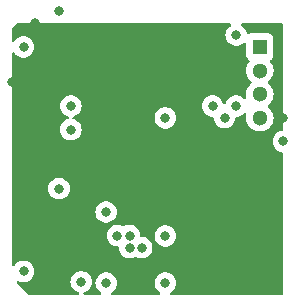
<source format=gbr>
%TF.GenerationSoftware,KiCad,Pcbnew,7.0.8*%
%TF.CreationDate,2023-10-11T10:23:23-04:00*%
%TF.ProjectId,MCU+IMU,4d43552b-494d-4552-9e6b-696361645f70,rev?*%
%TF.SameCoordinates,Original*%
%TF.FileFunction,Copper,L3,Inr*%
%TF.FilePolarity,Positive*%
%FSLAX46Y46*%
G04 Gerber Fmt 4.6, Leading zero omitted, Abs format (unit mm)*
G04 Created by KiCad (PCBNEW 7.0.8) date 2023-10-11 10:23:23*
%MOMM*%
%LPD*%
G01*
G04 APERTURE LIST*
%TA.AperFunction,ComponentPad*%
%ADD10R,1.300000X1.300000*%
%TD*%
%TA.AperFunction,ComponentPad*%
%ADD11C,1.300000*%
%TD*%
%TA.AperFunction,ViaPad*%
%ADD12C,0.800000*%
%TD*%
G04 APERTURE END LIST*
D10*
%TO.N,GND*%
%TO.C,J1*%
X158000000Y-73000000D03*
D11*
%TO.N,/SWDIO*%
X158000000Y-75000000D03*
%TO.N,/SWCLK*%
X158000000Y-77000000D03*
%TO.N,unconnected-(J1-Pin_4-Pad4)*%
X158000000Y-79000000D03*
%TD*%
D12*
%TO.N,GND*%
X142885179Y-92885116D03*
X150000000Y-89000000D03*
X142000000Y-80000000D03*
X144987701Y-86987701D03*
X156000000Y-78000000D03*
X141000000Y-85000000D03*
X138000000Y-92000000D03*
X156000000Y-72000000D03*
X150000000Y-93000000D03*
X141000000Y-70000000D03*
X138000000Y-73000000D03*
%TO.N,/USART1_RX*%
X150000000Y-79000000D03*
%TO.N,/USART1_TX*%
X154000000Y-78000000D03*
%TO.N,VDD*%
X149000000Y-83000000D03*
X137000000Y-76000000D03*
X160000000Y-79000000D03*
X141000000Y-87000000D03*
X152000000Y-72000000D03*
X139000000Y-71000000D03*
X153963878Y-80593474D03*
X140000000Y-93000000D03*
X142000000Y-82000000D03*
%TO.N,/MODE_SEL*%
X160000000Y-81000000D03*
%TO.N,/IMU_INT*%
X145950377Y-88975121D03*
%TO.N,/IMU Comm En*%
X146975048Y-88975048D03*
%TO.N,/NRST*%
X155012299Y-78987701D03*
X142000000Y-78000000D03*
%TO.N,/I2C2_SCL*%
X147000000Y-90000000D03*
%TO.N,/I2C2_SDA*%
X148000000Y-90000000D03*
%TO.N,/I2C_SA0*%
X145000000Y-93000000D03*
%TD*%
%TA.AperFunction,Conductor*%
%TO.N,VDD*%
G36*
X155516156Y-71019685D02*
G01*
X155561911Y-71072489D01*
X155571855Y-71141647D01*
X155542830Y-71205203D01*
X155522005Y-71224315D01*
X155449438Y-71277039D01*
X155388745Y-71321135D01*
X155260959Y-71463057D01*
X155165473Y-71628443D01*
X155165470Y-71628450D01*
X155106459Y-71810068D01*
X155106458Y-71810072D01*
X155086496Y-72000000D01*
X155106458Y-72189928D01*
X155106459Y-72189931D01*
X155165470Y-72371549D01*
X155165473Y-72371556D01*
X155260960Y-72536944D01*
X155388747Y-72678866D01*
X155543248Y-72791118D01*
X155717712Y-72868794D01*
X155904513Y-72908500D01*
X156095487Y-72908500D01*
X156282288Y-72868794D01*
X156456752Y-72791118D01*
X156611253Y-72678866D01*
X156625350Y-72663209D01*
X156684834Y-72626561D01*
X156754692Y-72627890D01*
X156812741Y-72666775D01*
X156840551Y-72730872D01*
X156841500Y-72746181D01*
X156841500Y-73698654D01*
X156848011Y-73759202D01*
X156848011Y-73759204D01*
X156888887Y-73868794D01*
X156899111Y-73896204D01*
X156986739Y-74013261D01*
X157066564Y-74073017D01*
X157082982Y-74085308D01*
X157124853Y-74141242D01*
X157129837Y-74210934D01*
X157107626Y-74259301D01*
X157010803Y-74387516D01*
X156915107Y-74579698D01*
X156915101Y-74579713D01*
X156856347Y-74786212D01*
X156856346Y-74786214D01*
X156836537Y-74999999D01*
X156836537Y-75000000D01*
X156856346Y-75213785D01*
X156856347Y-75213787D01*
X156915101Y-75420286D01*
X156915107Y-75420301D01*
X157010805Y-75612487D01*
X157140187Y-75783817D01*
X157140190Y-75783820D01*
X157276806Y-75908363D01*
X157313088Y-75968074D01*
X157311327Y-76037922D01*
X157276806Y-76091637D01*
X157140190Y-76216179D01*
X157140187Y-76216182D01*
X157010805Y-76387512D01*
X156915107Y-76579698D01*
X156915101Y-76579713D01*
X156856347Y-76786212D01*
X156856346Y-76786214D01*
X156836537Y-76999999D01*
X156836537Y-77000000D01*
X156856346Y-77213783D01*
X156867930Y-77254496D01*
X156867342Y-77324363D01*
X156829075Y-77382822D01*
X156765277Y-77411311D01*
X156696205Y-77400786D01*
X156656516Y-77371404D01*
X156611253Y-77321134D01*
X156456752Y-77208882D01*
X156282288Y-77131206D01*
X156282286Y-77131205D01*
X156095487Y-77091500D01*
X155904513Y-77091500D01*
X155717714Y-77131205D01*
X155543246Y-77208883D01*
X155388745Y-77321135D01*
X155260959Y-77463057D01*
X155165473Y-77628443D01*
X155165470Y-77628450D01*
X155117931Y-77774761D01*
X155078493Y-77832437D01*
X155014135Y-77859635D01*
X154945288Y-77847720D01*
X154893813Y-77800476D01*
X154882069Y-77774761D01*
X154834529Y-77628450D01*
X154834528Y-77628449D01*
X154834527Y-77628444D01*
X154739040Y-77463056D01*
X154611253Y-77321134D01*
X154456752Y-77208882D01*
X154282288Y-77131206D01*
X154282286Y-77131205D01*
X154095487Y-77091500D01*
X153904513Y-77091500D01*
X153717714Y-77131205D01*
X153543246Y-77208883D01*
X153388745Y-77321135D01*
X153260959Y-77463057D01*
X153165473Y-77628443D01*
X153165470Y-77628450D01*
X153109576Y-77800476D01*
X153106458Y-77810072D01*
X153086496Y-78000000D01*
X153106458Y-78189928D01*
X153106459Y-78189931D01*
X153165470Y-78371549D01*
X153165473Y-78371556D01*
X153260960Y-78536944D01*
X153388747Y-78678866D01*
X153543248Y-78791118D01*
X153717712Y-78868794D01*
X153904513Y-78908500D01*
X153978821Y-78908500D01*
X154045860Y-78928185D01*
X154091615Y-78980989D01*
X154102140Y-79019534D01*
X154118757Y-79177629D01*
X154118758Y-79177632D01*
X154177769Y-79359250D01*
X154177772Y-79359257D01*
X154273259Y-79524645D01*
X154401046Y-79666567D01*
X154555547Y-79778819D01*
X154730011Y-79856495D01*
X154916812Y-79896201D01*
X155107786Y-79896201D01*
X155294587Y-79856495D01*
X155469051Y-79778819D01*
X155623552Y-79666567D01*
X155751339Y-79524645D01*
X155846826Y-79359257D01*
X155905841Y-79177629D01*
X155922456Y-79019536D01*
X155949040Y-78954924D01*
X156006338Y-78914939D01*
X156045777Y-78908500D01*
X156095487Y-78908500D01*
X156282288Y-78868794D01*
X156456752Y-78791118D01*
X156611253Y-78678866D01*
X156656515Y-78628596D01*
X156715998Y-78591950D01*
X156785855Y-78593279D01*
X156843904Y-78632165D01*
X156871714Y-78696261D01*
X156867930Y-78745502D01*
X156856346Y-78786215D01*
X156836537Y-78999999D01*
X156836537Y-79000000D01*
X156856346Y-79213785D01*
X156856347Y-79213787D01*
X156915101Y-79420286D01*
X156915107Y-79420301D01*
X157010805Y-79612487D01*
X157140187Y-79783817D01*
X157140189Y-79783820D01*
X157298856Y-79928463D01*
X157298858Y-79928465D01*
X157367216Y-79970790D01*
X157481400Y-80041489D01*
X157681603Y-80119049D01*
X157892649Y-80158500D01*
X157892651Y-80158500D01*
X158107349Y-80158500D01*
X158107351Y-80158500D01*
X158318397Y-80119049D01*
X158518600Y-80041489D01*
X158701143Y-79928464D01*
X158859810Y-79783820D01*
X158977144Y-79628444D01*
X158989194Y-79612487D01*
X158989194Y-79612485D01*
X158989196Y-79612484D01*
X159084897Y-79420291D01*
X159143653Y-79213786D01*
X159163463Y-79000000D01*
X159143653Y-78786214D01*
X159084897Y-78579709D01*
X158989196Y-78387516D01*
X158989195Y-78387515D01*
X158989194Y-78387512D01*
X158859813Y-78216184D01*
X158859810Y-78216180D01*
X158723189Y-78091634D01*
X158686911Y-78031926D01*
X158688671Y-77962079D01*
X158723189Y-77908366D01*
X158859810Y-77783820D01*
X158977144Y-77628444D01*
X158989194Y-77612487D01*
X158989194Y-77612485D01*
X158989196Y-77612484D01*
X159084897Y-77420291D01*
X159143653Y-77213786D01*
X159163463Y-77000000D01*
X159143653Y-76786214D01*
X159084897Y-76579709D01*
X159032640Y-76474764D01*
X158989194Y-76387512D01*
X158859813Y-76216184D01*
X158859810Y-76216180D01*
X158723189Y-76091634D01*
X158686911Y-76031926D01*
X158688671Y-75962079D01*
X158723189Y-75908366D01*
X158859810Y-75783820D01*
X158989196Y-75612484D01*
X159084897Y-75420291D01*
X159143653Y-75213786D01*
X159163463Y-75000000D01*
X159162331Y-74987789D01*
X159143653Y-74786214D01*
X159143652Y-74786212D01*
X159084898Y-74579713D01*
X159084897Y-74579709D01*
X158989196Y-74387516D01*
X158989195Y-74387515D01*
X158989194Y-74387512D01*
X158892374Y-74259301D01*
X158867682Y-74193940D01*
X158882247Y-74125605D01*
X158917015Y-74085309D01*
X159013261Y-74013261D01*
X159100889Y-73896204D01*
X159151989Y-73759201D01*
X159155591Y-73725692D01*
X159158499Y-73698654D01*
X159158500Y-73698637D01*
X159158500Y-72301362D01*
X159158499Y-72301345D01*
X159155157Y-72270270D01*
X159151989Y-72240799D01*
X159140084Y-72208882D01*
X159129522Y-72180564D01*
X159100889Y-72103796D01*
X159013261Y-71986739D01*
X158896204Y-71899111D01*
X158759203Y-71848011D01*
X158698654Y-71841500D01*
X158698638Y-71841500D01*
X157301362Y-71841500D01*
X157301345Y-71841500D01*
X157240797Y-71848011D01*
X157240795Y-71848011D01*
X157103793Y-71899111D01*
X157103790Y-71899113D01*
X157092356Y-71907673D01*
X157026891Y-71932088D01*
X156958619Y-71917234D01*
X156909215Y-71867828D01*
X156894729Y-71821367D01*
X156893542Y-71810072D01*
X156834527Y-71628444D01*
X156739040Y-71463056D01*
X156611253Y-71321134D01*
X156477996Y-71224316D01*
X156435332Y-71168988D01*
X156429353Y-71099375D01*
X156461959Y-71037580D01*
X156522798Y-71003222D01*
X156550883Y-71000000D01*
X159876000Y-71000000D01*
X159943039Y-71019685D01*
X159988794Y-71072489D01*
X160000000Y-71124000D01*
X160000000Y-79970790D01*
X159980315Y-80037829D01*
X159927511Y-80083584D01*
X159901781Y-80092080D01*
X159717714Y-80131205D01*
X159543246Y-80208883D01*
X159388745Y-80321135D01*
X159260959Y-80463057D01*
X159165473Y-80628443D01*
X159165470Y-80628450D01*
X159106459Y-80810068D01*
X159106458Y-80810072D01*
X159086496Y-81000000D01*
X159106458Y-81189928D01*
X159106459Y-81189931D01*
X159165470Y-81371549D01*
X159165473Y-81371556D01*
X159260960Y-81536944D01*
X159388747Y-81678866D01*
X159543248Y-81791118D01*
X159717712Y-81868794D01*
X159901781Y-81907919D01*
X159963263Y-81941111D01*
X159997039Y-82002274D01*
X160000000Y-82029209D01*
X160000000Y-93876000D01*
X159980315Y-93943039D01*
X159927511Y-93988794D01*
X159876000Y-94000000D01*
X150550883Y-94000000D01*
X150483844Y-93980315D01*
X150438089Y-93927511D01*
X150428145Y-93858353D01*
X150457170Y-93794797D01*
X150477994Y-93775684D01*
X150611253Y-93678866D01*
X150739040Y-93536944D01*
X150834527Y-93371556D01*
X150893542Y-93189928D01*
X150913504Y-93000000D01*
X150893542Y-92810072D01*
X150834527Y-92628444D01*
X150739040Y-92463056D01*
X150611253Y-92321134D01*
X150456752Y-92208882D01*
X150282288Y-92131206D01*
X150282286Y-92131205D01*
X150095487Y-92091500D01*
X149904513Y-92091500D01*
X149717714Y-92131205D01*
X149717712Y-92131206D01*
X149549158Y-92206251D01*
X149543246Y-92208883D01*
X149388745Y-92321135D01*
X149260959Y-92463057D01*
X149165473Y-92628443D01*
X149165470Y-92628450D01*
X149106459Y-92810068D01*
X149106458Y-92810072D01*
X149086496Y-93000000D01*
X149106458Y-93189928D01*
X149106459Y-93189931D01*
X149165470Y-93371549D01*
X149165473Y-93371556D01*
X149260960Y-93536944D01*
X149388747Y-93678866D01*
X149522003Y-93775683D01*
X149564668Y-93831012D01*
X149570647Y-93900625D01*
X149538041Y-93962420D01*
X149477202Y-93996778D01*
X149449117Y-94000000D01*
X145550883Y-94000000D01*
X145483844Y-93980315D01*
X145438089Y-93927511D01*
X145428145Y-93858353D01*
X145457170Y-93794797D01*
X145477994Y-93775684D01*
X145611253Y-93678866D01*
X145739040Y-93536944D01*
X145834527Y-93371556D01*
X145893542Y-93189928D01*
X145913504Y-93000000D01*
X145893542Y-92810072D01*
X145834527Y-92628444D01*
X145739040Y-92463056D01*
X145611253Y-92321134D01*
X145456752Y-92208882D01*
X145282288Y-92131206D01*
X145282286Y-92131205D01*
X145095487Y-92091500D01*
X144904513Y-92091500D01*
X144717714Y-92131205D01*
X144717712Y-92131206D01*
X144549158Y-92206251D01*
X144543246Y-92208883D01*
X144388745Y-92321135D01*
X144260959Y-92463057D01*
X144165473Y-92628443D01*
X144165470Y-92628450D01*
X144106459Y-92810068D01*
X144106458Y-92810072D01*
X144086496Y-93000000D01*
X144106458Y-93189928D01*
X144106459Y-93189931D01*
X144165470Y-93371549D01*
X144165473Y-93371556D01*
X144260960Y-93536944D01*
X144388747Y-93678866D01*
X144522003Y-93775683D01*
X144564668Y-93831012D01*
X144570647Y-93900625D01*
X144538041Y-93962420D01*
X144477202Y-93996778D01*
X144449117Y-94000000D01*
X143189485Y-94000000D01*
X143122446Y-93980315D01*
X143076691Y-93927511D01*
X143066747Y-93858353D01*
X143095772Y-93794797D01*
X143154550Y-93757023D01*
X143163705Y-93754710D01*
X143167463Y-93753911D01*
X143167463Y-93753910D01*
X143167467Y-93753910D01*
X143341931Y-93676234D01*
X143496432Y-93563982D01*
X143624219Y-93422060D01*
X143719706Y-93256672D01*
X143778721Y-93075044D01*
X143798683Y-92885116D01*
X143778721Y-92695188D01*
X143719706Y-92513560D01*
X143624219Y-92348172D01*
X143496432Y-92206250D01*
X143341931Y-92093998D01*
X143167467Y-92016322D01*
X143167465Y-92016321D01*
X142980666Y-91976616D01*
X142789692Y-91976616D01*
X142602893Y-92016321D01*
X142428425Y-92093999D01*
X142273924Y-92206251D01*
X142146138Y-92348173D01*
X142050652Y-92513559D01*
X142050649Y-92513566D01*
X141996941Y-92678864D01*
X141991637Y-92695188D01*
X141971675Y-92885116D01*
X141991637Y-93075044D01*
X141991638Y-93075047D01*
X142050649Y-93256665D01*
X142050652Y-93256672D01*
X142146139Y-93422060D01*
X142273926Y-93563982D01*
X142428427Y-93676234D01*
X142602891Y-93753910D01*
X142602893Y-93753910D01*
X142602894Y-93753911D01*
X142606653Y-93754710D01*
X142608617Y-93755770D01*
X142609071Y-93755918D01*
X142609044Y-93756000D01*
X142668135Y-93787902D01*
X142701912Y-93849065D01*
X142697260Y-93918779D01*
X142655656Y-93974912D01*
X142590309Y-93999640D01*
X142580873Y-94000000D01*
X138474532Y-94000000D01*
X138407493Y-93980315D01*
X138389029Y-93965807D01*
X138002823Y-93598109D01*
X138000671Y-93595957D01*
X137447694Y-93015146D01*
X137445652Y-93012893D01*
X137445303Y-93012488D01*
X137436277Y-93002024D01*
X137407392Y-92938408D01*
X137417486Y-92869271D01*
X137463357Y-92816567D01*
X137530439Y-92797029D01*
X137580601Y-92807748D01*
X137717712Y-92868794D01*
X137904513Y-92908500D01*
X138095487Y-92908500D01*
X138282288Y-92868794D01*
X138456752Y-92791118D01*
X138611253Y-92678866D01*
X138739040Y-92536944D01*
X138834527Y-92371556D01*
X138893542Y-92189928D01*
X138913504Y-92000000D01*
X138893542Y-91810072D01*
X138834527Y-91628444D01*
X138739040Y-91463056D01*
X138611253Y-91321134D01*
X138456752Y-91208882D01*
X138282288Y-91131206D01*
X138282286Y-91131205D01*
X138095487Y-91091500D01*
X137904513Y-91091500D01*
X137717714Y-91131205D01*
X137543246Y-91208883D01*
X137388745Y-91321135D01*
X137260958Y-91463057D01*
X137231387Y-91514277D01*
X137180820Y-91562493D01*
X137112213Y-91575715D01*
X137047348Y-91549747D01*
X137006820Y-91492833D01*
X137000000Y-91452277D01*
X137000000Y-88975121D01*
X145036873Y-88975121D01*
X145056835Y-89165049D01*
X145056836Y-89165052D01*
X145115847Y-89346670D01*
X145115850Y-89346677D01*
X145211337Y-89512065D01*
X145339124Y-89653987D01*
X145493625Y-89766239D01*
X145668089Y-89843915D01*
X145854890Y-89883621D01*
X145962614Y-89883621D01*
X146029653Y-89903306D01*
X146075408Y-89956110D01*
X146085935Y-89994659D01*
X146086496Y-89999998D01*
X146086496Y-90000000D01*
X146106458Y-90189928D01*
X146106459Y-90189931D01*
X146165470Y-90371549D01*
X146165473Y-90371556D01*
X146260960Y-90536944D01*
X146388747Y-90678866D01*
X146543248Y-90791118D01*
X146717712Y-90868794D01*
X146904513Y-90908500D01*
X147095487Y-90908500D01*
X147282288Y-90868794D01*
X147449567Y-90794316D01*
X147518815Y-90785033D01*
X147550429Y-90794315D01*
X147717712Y-90868794D01*
X147904513Y-90908500D01*
X148095487Y-90908500D01*
X148282288Y-90868794D01*
X148456752Y-90791118D01*
X148611253Y-90678866D01*
X148739040Y-90536944D01*
X148834527Y-90371556D01*
X148893542Y-90189928D01*
X148913504Y-90000000D01*
X148893542Y-89810072D01*
X148834527Y-89628444D01*
X148739040Y-89463056D01*
X148611253Y-89321134D01*
X148456752Y-89208882D01*
X148282288Y-89131206D01*
X148282286Y-89131205D01*
X148095487Y-89091500D01*
X148012442Y-89091500D01*
X147945403Y-89071815D01*
X147899648Y-89019011D01*
X147894456Y-89000000D01*
X149086496Y-89000000D01*
X149106458Y-89189928D01*
X149106459Y-89189931D01*
X149165470Y-89371549D01*
X149165473Y-89371556D01*
X149260960Y-89536944D01*
X149388747Y-89678866D01*
X149543248Y-89791118D01*
X149717712Y-89868794D01*
X149904513Y-89908500D01*
X150095487Y-89908500D01*
X150282288Y-89868794D01*
X150456752Y-89791118D01*
X150611253Y-89678866D01*
X150739040Y-89536944D01*
X150834527Y-89371556D01*
X150893542Y-89189928D01*
X150913504Y-89000000D01*
X150893542Y-88810072D01*
X150834527Y-88628444D01*
X150739040Y-88463056D01*
X150611253Y-88321134D01*
X150456752Y-88208882D01*
X150282288Y-88131206D01*
X150282286Y-88131205D01*
X150095487Y-88091500D01*
X149904513Y-88091500D01*
X149717714Y-88131205D01*
X149717712Y-88131206D01*
X149599128Y-88184003D01*
X149543246Y-88208883D01*
X149388745Y-88321135D01*
X149260959Y-88463057D01*
X149165473Y-88628443D01*
X149165470Y-88628450D01*
X149106459Y-88810068D01*
X149106458Y-88810072D01*
X149086496Y-89000000D01*
X147894456Y-89000000D01*
X147889121Y-88980462D01*
X147888552Y-88975048D01*
X147868590Y-88785120D01*
X147809575Y-88603492D01*
X147714088Y-88438104D01*
X147586301Y-88296182D01*
X147431800Y-88183930D01*
X147257336Y-88106254D01*
X147257334Y-88106253D01*
X147070535Y-88066548D01*
X146879561Y-88066548D01*
X146692761Y-88106253D01*
X146692758Y-88106254D01*
X146513064Y-88186258D01*
X146443814Y-88195542D01*
X146412195Y-88186258D01*
X146288542Y-88131205D01*
X146232665Y-88106327D01*
X146232663Y-88106326D01*
X146045864Y-88066621D01*
X145854890Y-88066621D01*
X145668091Y-88106326D01*
X145493623Y-88184004D01*
X145339122Y-88296256D01*
X145211336Y-88438178D01*
X145115850Y-88603564D01*
X145115847Y-88603571D01*
X145056836Y-88785189D01*
X145056835Y-88785193D01*
X145036873Y-88975121D01*
X137000000Y-88975121D01*
X137000000Y-86987701D01*
X144074197Y-86987701D01*
X144094159Y-87177629D01*
X144094160Y-87177632D01*
X144153171Y-87359250D01*
X144153174Y-87359257D01*
X144248661Y-87524645D01*
X144376448Y-87666567D01*
X144530949Y-87778819D01*
X144705413Y-87856495D01*
X144892214Y-87896201D01*
X145083188Y-87896201D01*
X145269989Y-87856495D01*
X145444453Y-87778819D01*
X145598954Y-87666567D01*
X145726741Y-87524645D01*
X145822228Y-87359257D01*
X145881243Y-87177629D01*
X145901205Y-86987701D01*
X145881243Y-86797773D01*
X145822228Y-86616145D01*
X145726741Y-86450757D01*
X145598954Y-86308835D01*
X145444453Y-86196583D01*
X145269989Y-86118907D01*
X145269987Y-86118906D01*
X145083188Y-86079201D01*
X144892214Y-86079201D01*
X144705415Y-86118906D01*
X144530947Y-86196584D01*
X144376446Y-86308836D01*
X144248660Y-86450758D01*
X144153174Y-86616144D01*
X144153171Y-86616151D01*
X144094160Y-86797769D01*
X144094159Y-86797773D01*
X144074197Y-86987701D01*
X137000000Y-86987701D01*
X137000000Y-85000000D01*
X140086496Y-85000000D01*
X140106458Y-85189928D01*
X140106459Y-85189931D01*
X140165470Y-85371549D01*
X140165473Y-85371556D01*
X140260960Y-85536944D01*
X140388747Y-85678866D01*
X140543248Y-85791118D01*
X140717712Y-85868794D01*
X140904513Y-85908500D01*
X141095487Y-85908500D01*
X141282288Y-85868794D01*
X141456752Y-85791118D01*
X141611253Y-85678866D01*
X141739040Y-85536944D01*
X141834527Y-85371556D01*
X141893542Y-85189928D01*
X141913504Y-85000000D01*
X141893542Y-84810072D01*
X141834527Y-84628444D01*
X141739040Y-84463056D01*
X141611253Y-84321134D01*
X141456752Y-84208882D01*
X141282288Y-84131206D01*
X141282286Y-84131205D01*
X141095487Y-84091500D01*
X140904513Y-84091500D01*
X140717714Y-84131205D01*
X140543246Y-84208883D01*
X140388745Y-84321135D01*
X140260959Y-84463057D01*
X140165473Y-84628443D01*
X140165470Y-84628450D01*
X140106459Y-84810068D01*
X140106458Y-84810072D01*
X140086496Y-85000000D01*
X137000000Y-85000000D01*
X137000000Y-80000000D01*
X141086496Y-80000000D01*
X141106458Y-80189928D01*
X141106459Y-80189931D01*
X141165470Y-80371549D01*
X141165473Y-80371556D01*
X141260960Y-80536944D01*
X141388747Y-80678866D01*
X141543248Y-80791118D01*
X141717712Y-80868794D01*
X141904513Y-80908500D01*
X142095487Y-80908500D01*
X142282288Y-80868794D01*
X142456752Y-80791118D01*
X142611253Y-80678866D01*
X142739040Y-80536944D01*
X142834527Y-80371556D01*
X142893542Y-80189928D01*
X142913504Y-80000000D01*
X142893542Y-79810072D01*
X142834527Y-79628444D01*
X142739040Y-79463056D01*
X142611253Y-79321134D01*
X142456752Y-79208882D01*
X142282288Y-79131206D01*
X142282286Y-79131205D01*
X142235637Y-79121290D01*
X142174155Y-79088098D01*
X142140379Y-79026935D01*
X142142176Y-79000000D01*
X149086496Y-79000000D01*
X149106458Y-79189928D01*
X149106459Y-79189931D01*
X149165470Y-79371549D01*
X149165473Y-79371556D01*
X149260960Y-79536944D01*
X149388747Y-79678866D01*
X149543248Y-79791118D01*
X149717712Y-79868794D01*
X149904513Y-79908500D01*
X150095487Y-79908500D01*
X150282288Y-79868794D01*
X150456752Y-79791118D01*
X150611253Y-79678866D01*
X150739040Y-79536944D01*
X150834527Y-79371556D01*
X150893542Y-79189928D01*
X150913504Y-79000000D01*
X150893542Y-78810072D01*
X150834527Y-78628444D01*
X150739040Y-78463056D01*
X150611253Y-78321134D01*
X150456752Y-78208882D01*
X150282288Y-78131206D01*
X150282286Y-78131205D01*
X150095487Y-78091500D01*
X149904513Y-78091500D01*
X149717714Y-78131205D01*
X149543246Y-78208883D01*
X149388745Y-78321135D01*
X149260959Y-78463057D01*
X149165473Y-78628443D01*
X149165470Y-78628450D01*
X149106459Y-78810068D01*
X149106458Y-78810072D01*
X149086496Y-79000000D01*
X142142176Y-79000000D01*
X142145031Y-78957220D01*
X142186636Y-78901088D01*
X142235637Y-78878710D01*
X142282288Y-78868794D01*
X142456752Y-78791118D01*
X142611253Y-78678866D01*
X142739040Y-78536944D01*
X142834527Y-78371556D01*
X142893542Y-78189928D01*
X142913504Y-78000000D01*
X142893542Y-77810072D01*
X142834527Y-77628444D01*
X142739040Y-77463056D01*
X142611253Y-77321134D01*
X142456752Y-77208882D01*
X142282288Y-77131206D01*
X142282286Y-77131205D01*
X142095487Y-77091500D01*
X141904513Y-77091500D01*
X141717714Y-77131205D01*
X141543246Y-77208883D01*
X141388745Y-77321135D01*
X141260959Y-77463057D01*
X141165473Y-77628443D01*
X141165470Y-77628450D01*
X141109576Y-77800476D01*
X141106458Y-77810072D01*
X141086496Y-78000000D01*
X141106458Y-78189928D01*
X141106459Y-78189931D01*
X141165470Y-78371549D01*
X141165473Y-78371556D01*
X141260960Y-78536944D01*
X141388747Y-78678866D01*
X141543248Y-78791118D01*
X141717712Y-78868794D01*
X141742906Y-78874149D01*
X141764362Y-78878710D01*
X141825844Y-78911902D01*
X141859620Y-78973065D01*
X141854968Y-79042780D01*
X141813363Y-79098912D01*
X141764362Y-79121290D01*
X141717714Y-79131205D01*
X141543246Y-79208883D01*
X141388745Y-79321135D01*
X141260959Y-79463057D01*
X141165473Y-79628443D01*
X141165470Y-79628450D01*
X141106459Y-79810068D01*
X141106458Y-79810072D01*
X141086496Y-80000000D01*
X137000000Y-80000000D01*
X137000000Y-73547722D01*
X137019685Y-73480683D01*
X137072489Y-73434928D01*
X137141647Y-73424984D01*
X137205203Y-73454009D01*
X137231387Y-73485723D01*
X137260956Y-73536939D01*
X137260958Y-73536942D01*
X137289234Y-73568345D01*
X137388747Y-73678866D01*
X137543248Y-73791118D01*
X137717712Y-73868794D01*
X137904513Y-73908500D01*
X138095487Y-73908500D01*
X138282288Y-73868794D01*
X138456752Y-73791118D01*
X138611253Y-73678866D01*
X138739040Y-73536944D01*
X138834527Y-73371556D01*
X138893542Y-73189928D01*
X138913504Y-73000000D01*
X138893542Y-72810072D01*
X138834527Y-72628444D01*
X138739040Y-72463056D01*
X138611253Y-72321134D01*
X138456752Y-72208882D01*
X138282288Y-72131206D01*
X138282286Y-72131205D01*
X138095487Y-72091500D01*
X137904513Y-72091500D01*
X137717714Y-72131205D01*
X137543246Y-72208883D01*
X137388745Y-72321135D01*
X137260958Y-72463057D01*
X137231387Y-72514277D01*
X137180820Y-72562493D01*
X137112213Y-72575715D01*
X137047348Y-72549747D01*
X137006820Y-72492833D01*
X137000000Y-72452277D01*
X137000000Y-71549832D01*
X137019685Y-71482793D01*
X137030092Y-71468856D01*
X137397434Y-71043004D01*
X137456126Y-71005101D01*
X137491326Y-71000000D01*
X155449117Y-71000000D01*
X155516156Y-71019685D01*
G37*
%TD.AperFunction*%
%TD*%
M02*

</source>
